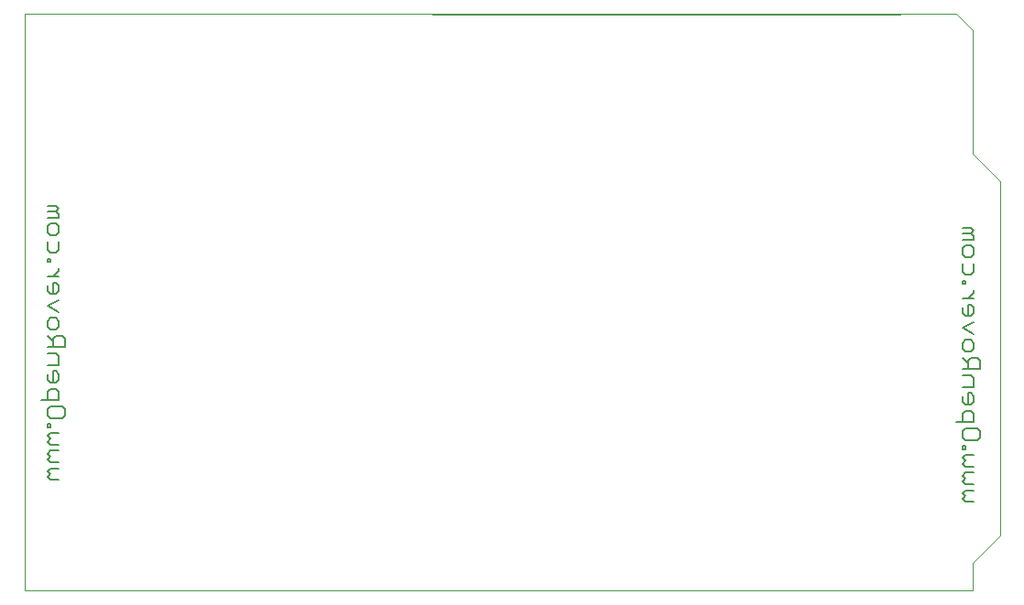
<source format=gbo>
G75*
%MOIN*%
%OFA0B0*%
%FSLAX24Y24*%
%IPPOS*%
%LPD*%
%AMOC8*
5,1,8,0,0,1.08239X$1,22.5*
%
%ADD10C,0.0000*%
%ADD11C,0.0060*%
D10*
X000500Y000500D02*
X000500Y021500D01*
X034400Y021500D01*
X035000Y020900D01*
X035000Y016400D01*
X036000Y015400D01*
X036000Y002500D01*
X035000Y001500D01*
X035000Y000500D01*
X000500Y000500D01*
X000500Y021500D01*
X030392Y021470D01*
X034400Y021500D01*
X035000Y020900D01*
X035000Y016400D01*
X036000Y015400D01*
X036000Y002500D01*
X035000Y001500D01*
X035000Y000500D01*
X000500Y000500D01*
D11*
X001437Y004525D02*
X001330Y004631D01*
X001437Y004738D01*
X001330Y004845D01*
X001437Y004952D01*
X001757Y004952D01*
X001757Y005169D02*
X001437Y005169D01*
X001330Y005276D01*
X001437Y005383D01*
X001330Y005489D01*
X001437Y005596D01*
X001757Y005596D01*
X001757Y005814D02*
X001437Y005814D01*
X001330Y005920D01*
X001437Y006027D01*
X001330Y006134D01*
X001437Y006241D01*
X001757Y006241D01*
X001437Y006458D02*
X001437Y006565D01*
X001330Y006565D01*
X001330Y006458D01*
X001437Y006458D01*
X001437Y006781D02*
X001330Y006887D01*
X001330Y007101D01*
X001437Y007208D01*
X001864Y007208D01*
X001971Y007101D01*
X001971Y006887D01*
X001864Y006781D01*
X001437Y006781D01*
X001330Y007425D02*
X001330Y007745D01*
X001437Y007852D01*
X001650Y007852D01*
X001757Y007745D01*
X001757Y007425D01*
X001116Y007425D01*
X001437Y008070D02*
X001650Y008070D01*
X001757Y008176D01*
X001757Y008390D01*
X001650Y008497D01*
X001544Y008497D01*
X001544Y008070D01*
X001437Y008070D02*
X001330Y008176D01*
X001330Y008390D01*
X001330Y008714D02*
X001757Y008714D01*
X001757Y009034D01*
X001650Y009141D01*
X001330Y009141D01*
X001330Y009359D02*
X001971Y009359D01*
X001971Y009679D01*
X001864Y009786D01*
X001650Y009786D01*
X001544Y009679D01*
X001544Y009359D01*
X001544Y009572D02*
X001330Y009786D01*
X001437Y010003D02*
X001330Y010110D01*
X001330Y010324D01*
X001437Y010430D01*
X001650Y010430D01*
X001757Y010324D01*
X001757Y010110D01*
X001650Y010003D01*
X001437Y010003D01*
X001757Y010648D02*
X001330Y010861D01*
X001757Y011075D01*
X001650Y011292D02*
X001437Y011292D01*
X001330Y011399D01*
X001330Y011613D01*
X001544Y011719D02*
X001544Y011292D01*
X001650Y011292D02*
X001757Y011399D01*
X001757Y011613D01*
X001650Y011719D01*
X001544Y011719D01*
X001544Y011937D02*
X001757Y012150D01*
X001757Y012257D01*
X001757Y011937D02*
X001330Y011937D01*
X001330Y012474D02*
X001330Y012581D01*
X001437Y012581D01*
X001437Y012474D01*
X001330Y012474D01*
X001437Y012796D02*
X001330Y012903D01*
X001330Y013223D01*
X001437Y013441D02*
X001330Y013548D01*
X001330Y013761D01*
X001437Y013868D01*
X001650Y013868D01*
X001757Y013761D01*
X001757Y013548D01*
X001650Y013441D01*
X001437Y013441D01*
X001757Y013223D02*
X001757Y012903D01*
X001650Y012796D01*
X001437Y012796D01*
X001330Y014085D02*
X001757Y014085D01*
X001757Y014192D01*
X001650Y014299D01*
X001757Y014406D01*
X001650Y014512D01*
X001330Y014512D01*
X001330Y014299D02*
X001650Y014299D01*
X001757Y004525D02*
X001437Y004525D01*
X034416Y006625D02*
X035057Y006625D01*
X035057Y006945D01*
X034950Y007052D01*
X034737Y007052D01*
X034630Y006945D01*
X034630Y006625D01*
X034737Y006408D02*
X034630Y006301D01*
X034630Y006087D01*
X034737Y005981D01*
X035164Y005981D01*
X035271Y006087D01*
X035271Y006301D01*
X035164Y006408D01*
X034737Y006408D01*
X034737Y005765D02*
X034630Y005765D01*
X034630Y005658D01*
X034737Y005658D01*
X034737Y005765D01*
X034737Y005441D02*
X035057Y005441D01*
X034737Y005441D02*
X034630Y005334D01*
X034737Y005227D01*
X034630Y005120D01*
X034737Y005014D01*
X035057Y005014D01*
X035057Y004796D02*
X034737Y004796D01*
X034630Y004689D01*
X034737Y004583D01*
X034630Y004476D01*
X034737Y004369D01*
X035057Y004369D01*
X035057Y004152D02*
X034737Y004152D01*
X034630Y004045D01*
X034737Y003938D01*
X034630Y003831D01*
X034737Y003725D01*
X035057Y003725D01*
X034950Y007270D02*
X035057Y007376D01*
X035057Y007590D01*
X034950Y007697D01*
X034844Y007697D01*
X034844Y007270D01*
X034950Y007270D02*
X034737Y007270D01*
X034630Y007376D01*
X034630Y007590D01*
X034630Y007914D02*
X035057Y007914D01*
X035057Y008234D01*
X034950Y008341D01*
X034630Y008341D01*
X034630Y008559D02*
X035271Y008559D01*
X035271Y008879D01*
X035164Y008986D01*
X034950Y008986D01*
X034844Y008879D01*
X034844Y008559D01*
X034844Y008772D02*
X034630Y008986D01*
X034737Y009203D02*
X034630Y009310D01*
X034630Y009524D01*
X034737Y009630D01*
X034950Y009630D01*
X035057Y009524D01*
X035057Y009310D01*
X034950Y009203D01*
X034737Y009203D01*
X035057Y009848D02*
X034630Y010061D01*
X035057Y010275D01*
X034950Y010492D02*
X035057Y010599D01*
X035057Y010813D01*
X034950Y010919D01*
X034844Y010919D01*
X034844Y010492D01*
X034950Y010492D02*
X034737Y010492D01*
X034630Y010599D01*
X034630Y010813D01*
X034630Y011137D02*
X035057Y011137D01*
X035057Y011350D02*
X035057Y011457D01*
X035057Y011350D02*
X034844Y011137D01*
X034737Y011674D02*
X034630Y011674D01*
X034630Y011781D01*
X034737Y011781D01*
X034737Y011674D01*
X034737Y011996D02*
X034630Y012103D01*
X034630Y012423D01*
X034737Y012641D02*
X034630Y012748D01*
X034630Y012961D01*
X034737Y013068D01*
X034950Y013068D01*
X035057Y012961D01*
X035057Y012748D01*
X034950Y012641D01*
X034737Y012641D01*
X035057Y012423D02*
X035057Y012103D01*
X034950Y011996D01*
X034737Y011996D01*
X034630Y013285D02*
X035057Y013285D01*
X035057Y013392D01*
X034950Y013499D01*
X035057Y013606D01*
X034950Y013712D01*
X034630Y013712D01*
X034630Y013499D02*
X034950Y013499D01*
M02*

</source>
